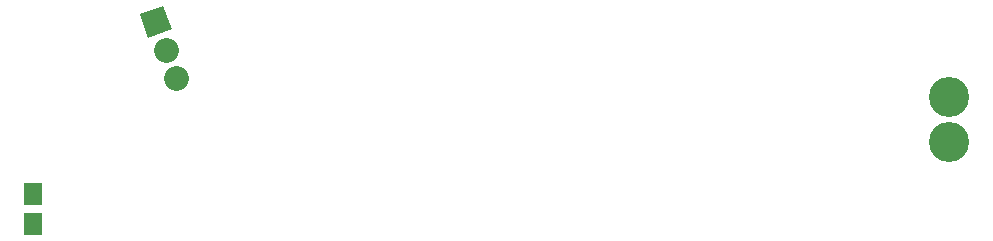
<source format=gbs>
G04 #@! TF.FileFunction,Soldermask,Bot*
%FSLAX46Y46*%
G04 Gerber Fmt 4.6, Leading zero omitted, Abs format (unit mm)*
G04 Created by KiCad (PCBNEW 4.0.7) date 11/25/17 11:04:04*
%MOMM*%
%LPD*%
G01*
G04 APERTURE LIST*
%ADD10C,0.100000*%
%ADD11C,3.399740*%
%ADD12R,1.650000X1.900000*%
%ADD13C,2.100000*%
G04 APERTURE END LIST*
D10*
D11*
X224790000Y-106680000D03*
X224790000Y-102870000D03*
D12*
X147256500Y-113645000D03*
X147256500Y-111145000D03*
D10*
G36*
X156979444Y-97865798D02*
X156261202Y-95892444D01*
X158234556Y-95174202D01*
X158952798Y-97147556D01*
X156979444Y-97865798D01*
X156979444Y-97865798D01*
G37*
D13*
X158475731Y-98906819D02*
X158475731Y-98906819D01*
X159344462Y-101293639D02*
X159344462Y-101293639D01*
M02*

</source>
